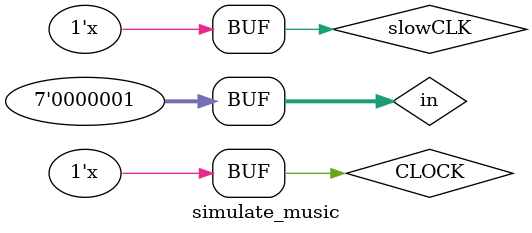
<source format=v>
`timescale 1ns / 1ps


module simulate_music(

    );
    reg CLOCK, slowCLK;
    reg [6:0]in;
    reg [11:0]out;
    initial begin
    CLOCK=0;
    slowCLK=0;
    in=7'b0000001;
    end
    always begin 
    #5 CLOCK=~CLOCK;
    end
    always begin 
        #20 slowCLK=~slowCLK;
        end
    Music_Instrument dut (CLOCK,slowCLK,in,out);
    
endmodule

</source>
